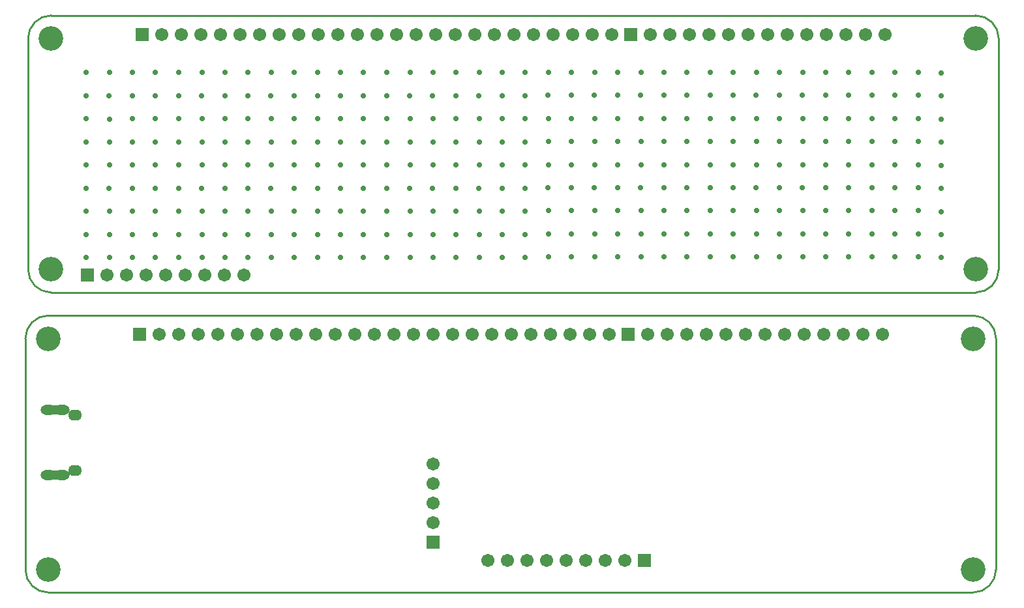
<source format=gbs>
%MOIN*%
%OFA0B0*%
%FSLAX44Y44*%
%IPPOS*%
%LPD*%
%ADD16C,0.01*%
%ADD52R,0.06705511811023622X0.06705511811023622*%
%ADD53C,0.06705511811023622*%
%ADD54R,0.051307086614173228X0.051307086614173228*%
%ADD55O,0.070992125984251975X0.055244094488188983*%
%ADD56O,0.078866141732283471X0.051307086614173228*%
%ADD57R,0.06705511811023622X0.06705511811023622*%
%ADD58C,0.12611023622047243*%
%ADD71C,0.01*%
%ADD74R,0.06705511811023622X0.06705511811023622*%
%ADD75C,0.06705511811023622*%
%ADD76C,0.027685039370078744*%
%ADD77C,0.12611023622047243*%
G01*
G75*
D16*
X00003799Y00017331D02*
G03*
X00002618Y00016150J-00001181D01*
G01*
X00052224Y00016150D02*
G03*
X00051043Y00017331I-00001181D01*
G01*
X00051043Y00003158D02*
G03*
X00052224Y00004339J00001181D01*
G01*
X00002618Y00004339D02*
G03*
X00003799Y00003158I00001181D01*
G01*
X00002618Y00004339D02*
X00002618Y00016150D01*
X00003799Y00017321D02*
X00051043Y00017321D01*
X00003799Y00003158D02*
X00051043Y00003158D01*
X00052224Y00004339D02*
X00052224Y00016150D01*
D52*
X00008444Y00016357D02*
D03*
X00033429Y00016357D02*
D03*
X00034244Y00004807D02*
D03*
D53*
X00009444Y00016357D02*
D03*
X00010444Y00016357D02*
D03*
X00011444Y00016357D02*
D03*
X00012444Y00016357D02*
D03*
X00013444Y00016357D02*
D03*
X00014444Y00016357D02*
D03*
X00015444Y00016357D02*
D03*
X00016444Y00016357D02*
D03*
X00017444Y00016357D02*
D03*
X00018444Y00016357D02*
D03*
X00019444Y00016357D02*
D03*
X00020444Y00016357D02*
D03*
X00021444Y00016357D02*
D03*
X00022444Y00016357D02*
D03*
X00023444Y00016357D02*
D03*
X00024444Y00016357D02*
D03*
X00025444Y00016357D02*
D03*
X00026444Y00016357D02*
D03*
X00027444Y00016357D02*
D03*
X00028444Y00016357D02*
D03*
X00029444Y00016357D02*
D03*
X00030444Y00016357D02*
D03*
X00031444Y00016357D02*
D03*
X00032444Y00016357D02*
D03*
X00046429Y00016357D02*
D03*
X00045429Y00016357D02*
D03*
X00044429Y00016357D02*
D03*
X00043429Y00016357D02*
D03*
X00042429Y00016357D02*
D03*
X00041429Y00016357D02*
D03*
X00040429Y00016357D02*
D03*
X00039429Y00016357D02*
D03*
X00038429Y00016357D02*
D03*
X00037429Y00016357D02*
D03*
X00036429Y00016357D02*
D03*
X00035429Y00016357D02*
D03*
X00034429Y00016357D02*
D03*
X00032244Y00004807D02*
D03*
X00031244Y00004807D02*
D03*
X00030244Y00004807D02*
D03*
X00029244Y00004807D02*
D03*
X00028244Y00004807D02*
D03*
X00027244Y00004807D02*
D03*
X00026244Y00004807D02*
D03*
X00033244Y00004807D02*
D03*
X00023444Y00009722D02*
D03*
X00023444Y00008722D02*
D03*
X00023444Y00007722D02*
D03*
X00023444Y00006722D02*
D03*
D54*
X00004312Y00009161D02*
D03*
X00003949Y00009161D02*
D03*
X00003949Y00012487D02*
D03*
X00004312Y00012487D02*
D03*
D55*
X00005144Y00012241D02*
D03*
X00005144Y00009407D02*
D03*
D56*
X00004475Y00012487D02*
D03*
X00003786Y00012487D02*
D03*
X00003786Y00009161D02*
D03*
X00004475Y00009161D02*
D03*
D57*
X00023444Y00005722D02*
D03*
D58*
X00003799Y00016150D02*
D03*
X00051043Y00016150D02*
D03*
X00051043Y00004339D02*
D03*
X00003799Y00004339D02*
D03*
G04 next file*
G04*
G04 #@! TF.GenerationSoftware,Altium Limited,Altium Designer,18.1.9 (240)*
G04*
G04 Layer_Color=16711935*
G04 skipping 71
G01*
G75*
D71*
X00002755Y00019685D02*
G03*
X00003937Y00018503I00001181D01*
G01*
X00051181Y00018503D02*
G03*
X00052362Y00019685J00001181D01*
G01*
X00052362Y00031496D02*
G03*
X00051181Y00032677I-00001181D01*
G01*
X00003937Y00032677D02*
G03*
X00002755Y00031496J-00001181D01*
G01*
X00052362Y00019685D02*
X00052362Y00031496D01*
X00003937Y00018503D02*
X00051181Y00018503D01*
X00003937Y00032667D02*
X00051181Y00032667D01*
X00002755Y00019685D02*
X00002755Y00031496D01*
D74*
X00005775Y00019389D02*
D03*
X00033566Y00031702D02*
D03*
X00008582Y00031702D02*
D03*
D75*
X00007775Y00019389D02*
D03*
X00008775Y00019389D02*
D03*
X00009775Y00019389D02*
D03*
X00010775Y00019389D02*
D03*
X00011775Y00019389D02*
D03*
X00012775Y00019389D02*
D03*
X00013775Y00019389D02*
D03*
X00006775Y00019389D02*
D03*
X00046566Y00031702D02*
D03*
X00045566Y00031702D02*
D03*
X00044566Y00031702D02*
D03*
X00043566Y00031702D02*
D03*
X00042566Y00031702D02*
D03*
X00041566Y00031702D02*
D03*
X00040566Y00031702D02*
D03*
X00039566Y00031702D02*
D03*
X00038566Y00031702D02*
D03*
X00037566Y00031702D02*
D03*
X00036566Y00031702D02*
D03*
X00035566Y00031702D02*
D03*
X00034566Y00031702D02*
D03*
X00009582Y00031702D02*
D03*
X00010582Y00031702D02*
D03*
X00011582Y00031702D02*
D03*
X00012582Y00031702D02*
D03*
X00013582Y00031702D02*
D03*
X00014582Y00031702D02*
D03*
X00015582Y00031702D02*
D03*
X00016582Y00031702D02*
D03*
X00017582Y00031702D02*
D03*
X00018582Y00031702D02*
D03*
X00019582Y00031702D02*
D03*
X00020582Y00031702D02*
D03*
X00021582Y00031702D02*
D03*
X00022582Y00031702D02*
D03*
X00023582Y00031702D02*
D03*
X00024582Y00031702D02*
D03*
X00025582Y00031702D02*
D03*
X00026582Y00031702D02*
D03*
X00027582Y00031702D02*
D03*
X00028582Y00031702D02*
D03*
X00029582Y00031702D02*
D03*
X00030582Y00031702D02*
D03*
X00031582Y00031702D02*
D03*
X00032582Y00031702D02*
D03*
D76*
X00005738Y00020305D02*
D03*
X00005738Y00022667D02*
D03*
X00005728Y00023848D02*
D03*
X00005738Y00025029D02*
D03*
X00005738Y00026210D02*
D03*
X00005738Y00027391D02*
D03*
X00005728Y00028582D02*
D03*
X00005738Y00029763D02*
D03*
X00005738Y00021476D02*
D03*
X00048257Y00029783D02*
D03*
X00048248Y00028602D02*
D03*
X00048257Y00027411D02*
D03*
X00048257Y00026230D02*
D03*
X00048257Y00025049D02*
D03*
X00048248Y00023868D02*
D03*
X00048257Y00022687D02*
D03*
X00048257Y00021496D02*
D03*
X00048257Y00020324D02*
D03*
X00047066Y00029783D02*
D03*
X00047057Y00028602D02*
D03*
X00047066Y00027411D02*
D03*
X00047066Y00026230D02*
D03*
X00047066Y00025049D02*
D03*
X00047057Y00023868D02*
D03*
X00047066Y00022687D02*
D03*
X00047066Y00021496D02*
D03*
X00047066Y00020324D02*
D03*
X00045885Y00029783D02*
D03*
X00045875Y00028602D02*
D03*
X00045885Y00027411D02*
D03*
X00045885Y00026230D02*
D03*
X00045885Y00025049D02*
D03*
X00045875Y00023868D02*
D03*
X00045885Y00022687D02*
D03*
X00045885Y00021496D02*
D03*
X00045885Y00020324D02*
D03*
X00044704Y00029783D02*
D03*
X00044694Y00028602D02*
D03*
X00044704Y00027411D02*
D03*
X00044704Y00026230D02*
D03*
X00044704Y00025049D02*
D03*
X00044694Y00023868D02*
D03*
X00044704Y00022687D02*
D03*
X00044704Y00021496D02*
D03*
X00044704Y00020324D02*
D03*
X00043533Y00029783D02*
D03*
X00043523Y00028602D02*
D03*
X00043533Y00027411D02*
D03*
X00043533Y00026230D02*
D03*
X00043533Y00025049D02*
D03*
X00043523Y00023868D02*
D03*
X00043533Y00022687D02*
D03*
X00043533Y00021496D02*
D03*
X00043533Y00020324D02*
D03*
X00042342Y00029783D02*
D03*
X00042332Y00028602D02*
D03*
X00042342Y00027411D02*
D03*
X00042342Y00026230D02*
D03*
X00042342Y00025049D02*
D03*
X00042332Y00023868D02*
D03*
X00042342Y00022687D02*
D03*
X00042342Y00021496D02*
D03*
X00042342Y00020324D02*
D03*
X00041171Y00029783D02*
D03*
X00041161Y00028602D02*
D03*
X00041171Y00027411D02*
D03*
X00041171Y00026230D02*
D03*
X00041171Y00025049D02*
D03*
X00041161Y00023868D02*
D03*
X00041171Y00022687D02*
D03*
X00041171Y00021496D02*
D03*
X00041171Y00020324D02*
D03*
X00039980Y00029783D02*
D03*
X00039970Y00028602D02*
D03*
X00039980Y00027411D02*
D03*
X00039980Y00026230D02*
D03*
X00039980Y00025049D02*
D03*
X00039970Y00023868D02*
D03*
X00039980Y00022687D02*
D03*
X00039980Y00021496D02*
D03*
X00039980Y00020324D02*
D03*
X00038799Y00029783D02*
D03*
X00038789Y00028602D02*
D03*
X00038799Y00027411D02*
D03*
X00038799Y00026230D02*
D03*
X00038799Y00025049D02*
D03*
X00038789Y00023868D02*
D03*
X00038799Y00022687D02*
D03*
X00038799Y00021496D02*
D03*
X00038799Y00020324D02*
D03*
X00037618Y00029783D02*
D03*
X00037608Y00028602D02*
D03*
X00037618Y00027411D02*
D03*
X00037618Y00026230D02*
D03*
X00037618Y00025049D02*
D03*
X00037608Y00023868D02*
D03*
X00037618Y00022687D02*
D03*
X00037618Y00021496D02*
D03*
X00037618Y00020324D02*
D03*
X00036437Y00029783D02*
D03*
X00036427Y00028602D02*
D03*
X00036437Y00027411D02*
D03*
X00036437Y00026230D02*
D03*
X00036437Y00025049D02*
D03*
X00036427Y00023868D02*
D03*
X00036437Y00022687D02*
D03*
X00036437Y00021496D02*
D03*
X00036437Y00020324D02*
D03*
X00035255Y00029783D02*
D03*
X00035246Y00028602D02*
D03*
X00035255Y00027411D02*
D03*
X00035255Y00026230D02*
D03*
X00035255Y00025049D02*
D03*
X00035246Y00023868D02*
D03*
X00035255Y00022687D02*
D03*
X00035255Y00021496D02*
D03*
X00035255Y00020324D02*
D03*
X00034074Y00029783D02*
D03*
X00034064Y00028602D02*
D03*
X00034074Y00027411D02*
D03*
X00034074Y00026230D02*
D03*
X00034074Y00025049D02*
D03*
X00034064Y00023868D02*
D03*
X00034074Y00022687D02*
D03*
X00034074Y00021496D02*
D03*
X00034074Y00020324D02*
D03*
X00032903Y00029783D02*
D03*
X00032893Y00028602D02*
D03*
X00032903Y00027411D02*
D03*
X00032903Y00026230D02*
D03*
X00032903Y00025049D02*
D03*
X00032893Y00023868D02*
D03*
X00032903Y00022687D02*
D03*
X00032903Y00021496D02*
D03*
X00032903Y00020324D02*
D03*
X00031712Y00029783D02*
D03*
X00031702Y00028602D02*
D03*
X00031712Y00027411D02*
D03*
X00031712Y00026230D02*
D03*
X00031712Y00025049D02*
D03*
X00031702Y00023868D02*
D03*
X00031712Y00022687D02*
D03*
X00031712Y00021496D02*
D03*
X00031712Y00020324D02*
D03*
X00030531Y00029783D02*
D03*
X00030521Y00028602D02*
D03*
X00030531Y00027411D02*
D03*
X00030531Y00026230D02*
D03*
X00030531Y00025049D02*
D03*
X00030521Y00023868D02*
D03*
X00030531Y00022687D02*
D03*
X00030531Y00021496D02*
D03*
X00030531Y00020324D02*
D03*
X00029340Y00029783D02*
D03*
X00029330Y00028602D02*
D03*
X00029340Y00027411D02*
D03*
X00029340Y00026230D02*
D03*
X00029340Y00025049D02*
D03*
X00029330Y00023868D02*
D03*
X00029340Y00022687D02*
D03*
X00029340Y00021496D02*
D03*
X00029340Y00020324D02*
D03*
X00028169Y00029763D02*
D03*
X00028159Y00028582D02*
D03*
X00028169Y00027391D02*
D03*
X00028169Y00026210D02*
D03*
X00028169Y00025029D02*
D03*
X00028159Y00023848D02*
D03*
X00028169Y00022667D02*
D03*
X00028169Y00021476D02*
D03*
X00028169Y00020305D02*
D03*
X00049438Y00029744D02*
D03*
X00049429Y00028562D02*
D03*
X00049438Y00027372D02*
D03*
X00049438Y00026190D02*
D03*
X00049438Y00025009D02*
D03*
X00049429Y00023828D02*
D03*
X00049438Y00022647D02*
D03*
X00049438Y00021456D02*
D03*
X00049438Y00020285D02*
D03*
X00026998Y00029763D02*
D03*
X00026988Y00028582D02*
D03*
X00026998Y00027391D02*
D03*
X00026998Y00026210D02*
D03*
X00026998Y00025029D02*
D03*
X00026988Y00023848D02*
D03*
X00026998Y00022667D02*
D03*
X00026998Y00021476D02*
D03*
X00026998Y00020305D02*
D03*
X00025807Y00029763D02*
D03*
X00025797Y00028582D02*
D03*
X00025807Y00027391D02*
D03*
X00025807Y00026210D02*
D03*
X00025807Y00025029D02*
D03*
X00025797Y00023848D02*
D03*
X00025807Y00022667D02*
D03*
X00025807Y00021476D02*
D03*
X00025807Y00020305D02*
D03*
X00024625Y00029763D02*
D03*
X00024616Y00028582D02*
D03*
X00024625Y00027391D02*
D03*
X00024625Y00026210D02*
D03*
X00024625Y00025029D02*
D03*
X00024616Y00023848D02*
D03*
X00024625Y00022667D02*
D03*
X00024625Y00021476D02*
D03*
X00024625Y00020305D02*
D03*
X00023444Y00029763D02*
D03*
X00023435Y00028582D02*
D03*
X00023444Y00027391D02*
D03*
X00023444Y00026210D02*
D03*
X00023444Y00025029D02*
D03*
X00023435Y00023848D02*
D03*
X00023444Y00022667D02*
D03*
X00023444Y00021476D02*
D03*
X00023444Y00020305D02*
D03*
X00022273Y00029763D02*
D03*
X00022263Y00028582D02*
D03*
X00022273Y00027391D02*
D03*
X00022273Y00026210D02*
D03*
X00022273Y00025029D02*
D03*
X00022263Y00023848D02*
D03*
X00022273Y00022667D02*
D03*
X00022273Y00021476D02*
D03*
X00022273Y00020305D02*
D03*
X00021082Y00029763D02*
D03*
X00021072Y00028582D02*
D03*
X00021082Y00027391D02*
D03*
X00021082Y00026210D02*
D03*
X00021082Y00025029D02*
D03*
X00021072Y00023848D02*
D03*
X00021082Y00022667D02*
D03*
X00021082Y00021476D02*
D03*
X00021082Y00020305D02*
D03*
X00019901Y00029763D02*
D03*
X00019891Y00028582D02*
D03*
X00019901Y00027391D02*
D03*
X00019901Y00026210D02*
D03*
X00019901Y00025029D02*
D03*
X00019891Y00023848D02*
D03*
X00019901Y00022667D02*
D03*
X00019901Y00021476D02*
D03*
X00019901Y00020305D02*
D03*
X00018720Y00029763D02*
D03*
X00018710Y00028582D02*
D03*
X00018720Y00027391D02*
D03*
X00018720Y00026210D02*
D03*
X00018720Y00025029D02*
D03*
X00018710Y00023848D02*
D03*
X00018720Y00022667D02*
D03*
X00018720Y00021476D02*
D03*
X00018720Y00020305D02*
D03*
X00017549Y00029763D02*
D03*
X00017539Y00028582D02*
D03*
X00017549Y00027391D02*
D03*
X00017549Y00026210D02*
D03*
X00017549Y00025029D02*
D03*
X00017539Y00023848D02*
D03*
X00017549Y00022667D02*
D03*
X00017549Y00021476D02*
D03*
X00017549Y00020305D02*
D03*
X00016368Y00029763D02*
D03*
X00016358Y00028582D02*
D03*
X00016368Y00027391D02*
D03*
X00016368Y00026210D02*
D03*
X00016368Y00025029D02*
D03*
X00016358Y00023848D02*
D03*
X00016368Y00022667D02*
D03*
X00016368Y00021476D02*
D03*
X00016368Y00020305D02*
D03*
X00015177Y00029763D02*
D03*
X00015167Y00028582D02*
D03*
X00015177Y00027391D02*
D03*
X00015177Y00026210D02*
D03*
X00015177Y00025029D02*
D03*
X00015167Y00023848D02*
D03*
X00015177Y00022667D02*
D03*
X00015177Y00021476D02*
D03*
X00015177Y00020305D02*
D03*
X00013996Y00029763D02*
D03*
X00013986Y00028582D02*
D03*
X00013996Y00027391D02*
D03*
X00013996Y00026210D02*
D03*
X00013996Y00025029D02*
D03*
X00013986Y00023848D02*
D03*
X00013996Y00022667D02*
D03*
X00013996Y00021476D02*
D03*
X00013996Y00020305D02*
D03*
X00012814Y00029763D02*
D03*
X00012805Y00028582D02*
D03*
X00012814Y00027391D02*
D03*
X00012814Y00026210D02*
D03*
X00012814Y00025029D02*
D03*
X00012805Y00023848D02*
D03*
X00012814Y00022667D02*
D03*
X00012814Y00021476D02*
D03*
X00012814Y00020305D02*
D03*
X00011643Y00029763D02*
D03*
X00011633Y00028582D02*
D03*
X00011643Y00027391D02*
D03*
X00011643Y00026210D02*
D03*
X00011643Y00025029D02*
D03*
X00011633Y00023848D02*
D03*
X00011643Y00022667D02*
D03*
X00011643Y00021476D02*
D03*
X00011643Y00020305D02*
D03*
X00010462Y00029763D02*
D03*
X00010452Y00028582D02*
D03*
X00010462Y00027391D02*
D03*
X00010462Y00026210D02*
D03*
X00010462Y00025029D02*
D03*
X00010452Y00023848D02*
D03*
X00010462Y00022667D02*
D03*
X00010462Y00021476D02*
D03*
X00010462Y00020305D02*
D03*
X00009271Y00029763D02*
D03*
X00009261Y00028582D02*
D03*
X00009271Y00027391D02*
D03*
X00009271Y00026210D02*
D03*
X00009271Y00025029D02*
D03*
X00009261Y00023848D02*
D03*
X00009271Y00022667D02*
D03*
X00009271Y00021476D02*
D03*
X00009271Y00020305D02*
D03*
X00008090Y00029763D02*
D03*
X00008080Y00028582D02*
D03*
X00008090Y00027391D02*
D03*
X00008090Y00026210D02*
D03*
X00008090Y00025029D02*
D03*
X00008080Y00023848D02*
D03*
X00008090Y00022667D02*
D03*
X00008090Y00021476D02*
D03*
X00008090Y00020305D02*
D03*
X00006909Y00029753D02*
D03*
X00006899Y00028572D02*
D03*
X00006909Y00027381D02*
D03*
X00006909Y00026200D02*
D03*
X00006909Y00025019D02*
D03*
X00006899Y00023838D02*
D03*
X00006909Y00022657D02*
D03*
X00006909Y00021466D02*
D03*
X00006909Y00020295D02*
D03*
D77*
X00003937Y00019685D02*
D03*
X00051181Y00019685D02*
D03*
X00051181Y00031496D02*
D03*
X00003937Y00031496D02*
D03*
M02*
</source>
